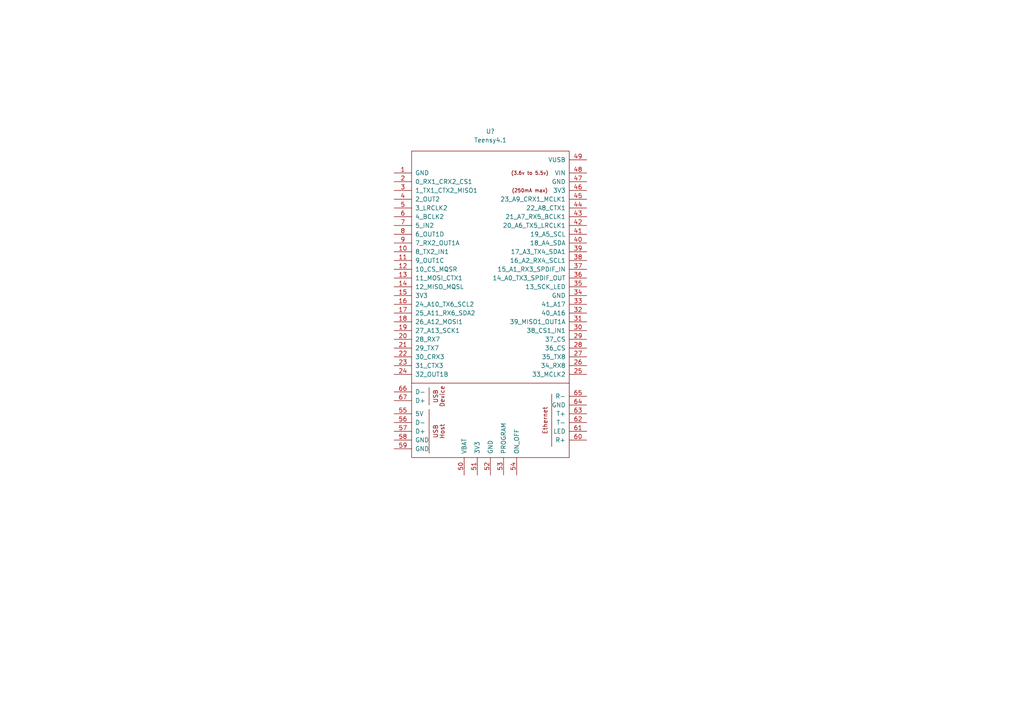
<source format=kicad_sch>
(kicad_sch (version 20211123) (generator eeschema)
  (paper "A4")
  (lib_symbols
    (symbol "teensy:Teensy4.1" (pin_names (offset 1.016))
      (property "Reference" "U" (at 0 64.77 0))
      (property "Value" "Teensy4.1" (at 0 62.23 0))
      (symbol "Teensy4.1_0_0"
        (polyline (pts (xy -22.86 -6.35) (xy 22.86 -6.35)))
        (polyline (pts (xy -17.78 -26.67) (xy -17.78 -13.97)))
        (polyline (pts (xy -17.78 -7.62) (xy -17.78 -12.7)))
        (polyline (pts (xy 17.78 -9.525) (xy 17.78 -24.765)))
        (text "(250mA max)" (at 11.43 49.53 0) (effects (font (size 1.016 1.016))))
        (text "(3.6v to 5.5v)" (at 11.43 54.61 0) (effects (font (size 1.016 1.016))))
        (text "Device" (at -13.97 -10.16 900) (effects (font (size 1.27 1.27))))
        (text "Ethernet" (at 15.875 -17.145 900) (effects (font (size 1.27 1.27))))
        (text "Host" (at -13.97 -20.32 900) (effects (font (size 1.27 1.27))))
        (text "USB" (at -15.875 -20.32 900) (effects (font (size 1.27 1.27))))
        (text "USB" (at -15.875 -10.16 900) (effects (font (size 1.27 1.27))))
        (pin bidirectional line (at -27.94 31.75 0) (length 5.08) (name "8_TX2_IN1") (number "10"))
        (pin bidirectional line (at -27.94 29.21 0) (length 5.08) (name "9_OUT1C") (number "11"))
        (pin bidirectional line (at -27.94 26.67 0) (length 5.08) (name "10_CS_MQSR") (number "12"))
        (pin bidirectional line (at -27.94 24.13 0) (length 5.08) (name "11_MOSI_CTX1") (number "13"))
        (pin bidirectional line (at -27.94 21.59 0) (length 5.08) (name "12_MISO_MQSL") (number "14"))
        (pin power_in line (at -27.94 19.05 0) (length 5.08) (name "3V3") (number "15"))
        (pin bidirectional line (at -27.94 16.51 0) (length 5.08) (name "24_A10_TX6_SCL2") (number "16"))
        (pin bidirectional line (at -27.94 13.97 0) (length 5.08) (name "25_A11_RX6_SDA2") (number "17"))
        (pin bidirectional line (at -27.94 11.43 0) (length 5.08) (name "26_A12_MOSI1") (number "18"))
        (pin bidirectional line (at -27.94 8.89 0) (length 5.08) (name "27_A13_SCK1") (number "19"))
        (pin bidirectional line (at -27.94 6.35 0) (length 5.08) (name "28_RX7") (number "20"))
        (pin bidirectional line (at -27.94 3.81 0) (length 5.08) (name "29_TX7") (number "21"))
        (pin bidirectional line (at -27.94 1.27 0) (length 5.08) (name "30_CRX3") (number "22"))
        (pin bidirectional line (at -27.94 -1.27 0) (length 5.08) (name "31_CTX3") (number "23"))
        (pin bidirectional line (at -27.94 -3.81 0) (length 5.08) (name "32_OUT1B") (number "24"))
        (pin bidirectional line (at 27.94 -3.81 180) (length 5.08) (name "33_MCLK2") (number "25"))
        (pin bidirectional line (at 27.94 -1.27 180) (length 5.08) (name "34_RX8") (number "26"))
        (pin bidirectional line (at 27.94 1.27 180) (length 5.08) (name "35_TX8") (number "27"))
        (pin bidirectional line (at 27.94 3.81 180) (length 5.08) (name "36_CS") (number "28"))
        (pin bidirectional line (at 27.94 6.35 180) (length 5.08) (name "37_CS") (number "29"))
        (pin bidirectional line (at 27.94 8.89 180) (length 5.08) (name "38_CS1_IN1") (number "30"))
        (pin bidirectional line (at 27.94 11.43 180) (length 5.08) (name "39_MISO1_OUT1A") (number "31"))
        (pin bidirectional line (at 27.94 13.97 180) (length 5.08) (name "40_A16") (number "32"))
        (pin bidirectional line (at 27.94 16.51 180) (length 5.08) (name "41_A17") (number "33"))
        (pin bidirectional line (at 27.94 21.59 180) (length 5.08) (name "13_SCK_LED") (number "35"))
        (pin bidirectional line (at 27.94 24.13 180) (length 5.08) (name "14_A0_TX3_SPDIF_OUT") (number "36"))
        (pin bidirectional line (at 27.94 26.67 180) (length 5.08) (name "15_A1_RX3_SPDIF_IN") (number "37"))
        (pin bidirectional line (at 27.94 29.21 180) (length 5.08) (name "16_A2_RX4_SCL1") (number "38"))
        (pin bidirectional line (at 27.94 31.75 180) (length 5.08) (name "17_A3_TX4_SDA1") (number "39"))
        (pin bidirectional line (at 27.94 34.29 180) (length 5.08) (name "18_A4_SDA") (number "40"))
        (pin bidirectional line (at 27.94 36.83 180) (length 5.08) (name "19_A5_SCL") (number "41"))
        (pin bidirectional line (at 27.94 39.37 180) (length 5.08) (name "20_A6_TX5_LRCLK1") (number "42"))
        (pin bidirectional line (at 27.94 41.91 180) (length 5.08) (name "21_A7_RX5_BCLK1") (number "43"))
        (pin bidirectional line (at 27.94 44.45 180) (length 5.08) (name "22_A8_CTX1") (number "44"))
        (pin bidirectional line (at 27.94 46.99 180) (length 5.08) (name "23_A9_CRX1_MCLK1") (number "45"))
        (pin output line (at 27.94 49.53 180) (length 5.08) (name "3V3") (number "46"))
        (pin output line (at 27.94 52.07 180) (length 5.08) (name "GND") (number "47"))
        (pin power_in line (at 27.94 54.61 180) (length 5.08) (name "VIN") (number "48"))
        (pin power_out line (at 27.94 58.42 180) (length 5.08) (name "VUSB") (number "49"))
        (pin bidirectional line (at -27.94 44.45 0) (length 5.08) (name "3_LRCLK2") (number "5"))
        (pin power_in line (at -7.62 -33.02 90) (length 5.08) (name "VBAT") (number "50"))
        (pin power_in line (at -3.81 -33.02 90) (length 5.08) (name "3V3") (number "51"))
        (pin input line (at 0 -33.02 90) (length 5.08) (name "GND") (number "52"))
        (pin input line (at 3.81 -33.02 90) (length 5.08) (name "PROGRAM") (number "53"))
        (pin input line (at 7.62 -33.02 90) (length 5.08) (name "ON_OFF") (number "54"))
        (pin power_out line (at -27.94 -15.24 0) (length 5.08) (name "5V") (number "55"))
        (pin bidirectional line (at -27.94 -17.78 0) (length 5.08) (name "D-") (number "56"))
        (pin bidirectional line (at -27.94 -20.32 0) (length 5.08) (name "D+") (number "57"))
        (pin power_in line (at -27.94 -22.86 0) (length 5.08) (name "GND") (number "58"))
        (pin power_in line (at -27.94 -25.4 0) (length 5.08) (name "GND") (number "59"))
        (pin bidirectional line (at -27.94 41.91 0) (length 5.08) (name "4_BCLK2") (number "6"))
        (pin bidirectional line (at 27.94 -22.86 180) (length 5.08) (name "R+") (number "60"))
        (pin bidirectional line (at 27.94 -20.32 180) (length 5.08) (name "LED") (number "61"))
        (pin bidirectional line (at 27.94 -17.78 180) (length 5.08) (name "T-") (number "62"))
        (pin bidirectional line (at 27.94 -15.24 180) (length 5.08) (name "T+") (number "63"))
        (pin power_in line (at 27.94 -12.7 180) (length 5.08) (name "GND") (number "64"))
        (pin bidirectional line (at 27.94 -10.16 180) (length 5.08) (name "R-") (number "65"))
        (pin bidirectional line (at -27.94 -8.89 0) (length 5.08) (name "D-") (number "66"))
        (pin bidirectional line (at -27.94 -11.43 0) (length 5.08) (name "D+") (number "67"))
        (pin bidirectional line (at -27.94 39.37 0) (length 5.08) (name "5_IN2") (number "7"))
        (pin bidirectional line (at -27.94 36.83 0) (length 5.08) (name "6_OUT1D") (number "8"))
        (pin bidirectional line (at -27.94 34.29 0) (length 5.08) (name "7_RX2_OUT1A") (number "9"))
      )
      (symbol "Teensy4.1_0_1"
        (rectangle (start -22.86 60.96) (end 22.86 -27.94))
        (rectangle (start -20.32 -1.27) (end -20.32 -1.27))
      )
      (symbol "Teensy4.1_1_1"
        (pin power_in line (at -27.94 54.61 0) (length 5.08) (name "GND") (number "1"))
        (pin bidirectional line (at -27.94 52.07 0) (length 5.08) (name "0_RX1_CRX2_CS1") (number "2"))
        (pin bidirectional line (at -27.94 49.53 0) (length 5.08) (name "1_TX1_CTX2_MISO1") (number "3"))
        (pin power_in line (at 27.94 19.05 180) (length 5.08) (name "GND") (number "34"))
        (pin bidirectional line (at -27.94 46.99 0) (length 5.08) (name "2_OUT2") (number "4"))
      )
    )
  )
  (symbol (lib_id "teensy:Teensy4.1") (at 142.24 104.775 0) (unit 1)
    (property "Reference" "U?" (at 142.24 38.1 0))
    (property "Value" "Teensy4.1" (at 142.24 40.64 0))
  )
)
</source>
